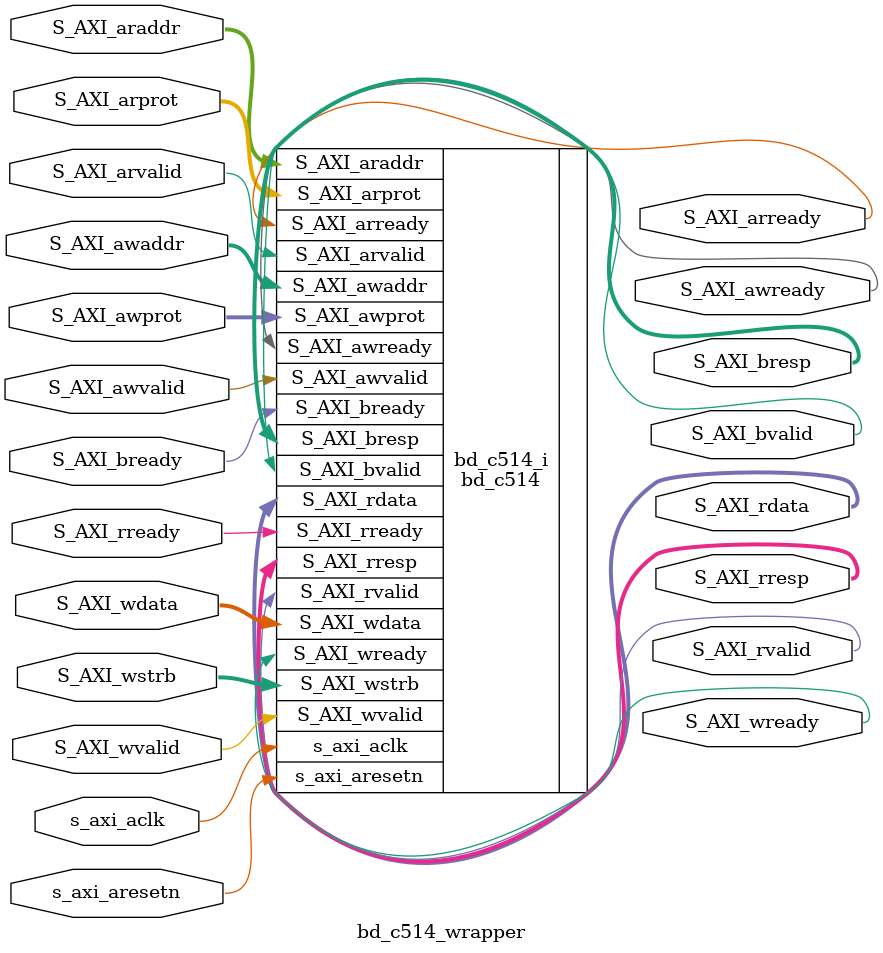
<source format=v>
`timescale 1 ps / 1 ps

module bd_c514_wrapper
   (S_AXI_araddr,
    S_AXI_arprot,
    S_AXI_arready,
    S_AXI_arvalid,
    S_AXI_awaddr,
    S_AXI_awprot,
    S_AXI_awready,
    S_AXI_awvalid,
    S_AXI_bready,
    S_AXI_bresp,
    S_AXI_bvalid,
    S_AXI_rdata,
    S_AXI_rready,
    S_AXI_rresp,
    S_AXI_rvalid,
    S_AXI_wdata,
    S_AXI_wready,
    S_AXI_wstrb,
    S_AXI_wvalid,
    s_axi_aclk,
    s_axi_aresetn);
  input [4:0]S_AXI_araddr;
  input [2:0]S_AXI_arprot;
  output S_AXI_arready;
  input S_AXI_arvalid;
  input [4:0]S_AXI_awaddr;
  input [2:0]S_AXI_awprot;
  output S_AXI_awready;
  input S_AXI_awvalid;
  input S_AXI_bready;
  output [1:0]S_AXI_bresp;
  output S_AXI_bvalid;
  output [31:0]S_AXI_rdata;
  input S_AXI_rready;
  output [1:0]S_AXI_rresp;
  output S_AXI_rvalid;
  input [31:0]S_AXI_wdata;
  output S_AXI_wready;
  input [3:0]S_AXI_wstrb;
  input S_AXI_wvalid;
  input s_axi_aclk;
  input s_axi_aresetn;

  wire [4:0]S_AXI_araddr;
  wire [2:0]S_AXI_arprot;
  wire S_AXI_arready;
  wire S_AXI_arvalid;
  wire [4:0]S_AXI_awaddr;
  wire [2:0]S_AXI_awprot;
  wire S_AXI_awready;
  wire S_AXI_awvalid;
  wire S_AXI_bready;
  wire [1:0]S_AXI_bresp;
  wire S_AXI_bvalid;
  wire [31:0]S_AXI_rdata;
  wire S_AXI_rready;
  wire [1:0]S_AXI_rresp;
  wire S_AXI_rvalid;
  wire [31:0]S_AXI_wdata;
  wire S_AXI_wready;
  wire [3:0]S_AXI_wstrb;
  wire S_AXI_wvalid;
  wire s_axi_aclk;
  wire s_axi_aresetn;

  bd_c514 bd_c514_i
       (.S_AXI_araddr(S_AXI_araddr),
        .S_AXI_arprot(S_AXI_arprot),
        .S_AXI_arready(S_AXI_arready),
        .S_AXI_arvalid(S_AXI_arvalid),
        .S_AXI_awaddr(S_AXI_awaddr),
        .S_AXI_awprot(S_AXI_awprot),
        .S_AXI_awready(S_AXI_awready),
        .S_AXI_awvalid(S_AXI_awvalid),
        .S_AXI_bready(S_AXI_bready),
        .S_AXI_bresp(S_AXI_bresp),
        .S_AXI_bvalid(S_AXI_bvalid),
        .S_AXI_rdata(S_AXI_rdata),
        .S_AXI_rready(S_AXI_rready),
        .S_AXI_rresp(S_AXI_rresp),
        .S_AXI_rvalid(S_AXI_rvalid),
        .S_AXI_wdata(S_AXI_wdata),
        .S_AXI_wready(S_AXI_wready),
        .S_AXI_wstrb(S_AXI_wstrb),
        .S_AXI_wvalid(S_AXI_wvalid),
        .s_axi_aclk(s_axi_aclk),
        .s_axi_aresetn(s_axi_aresetn));
endmodule

</source>
